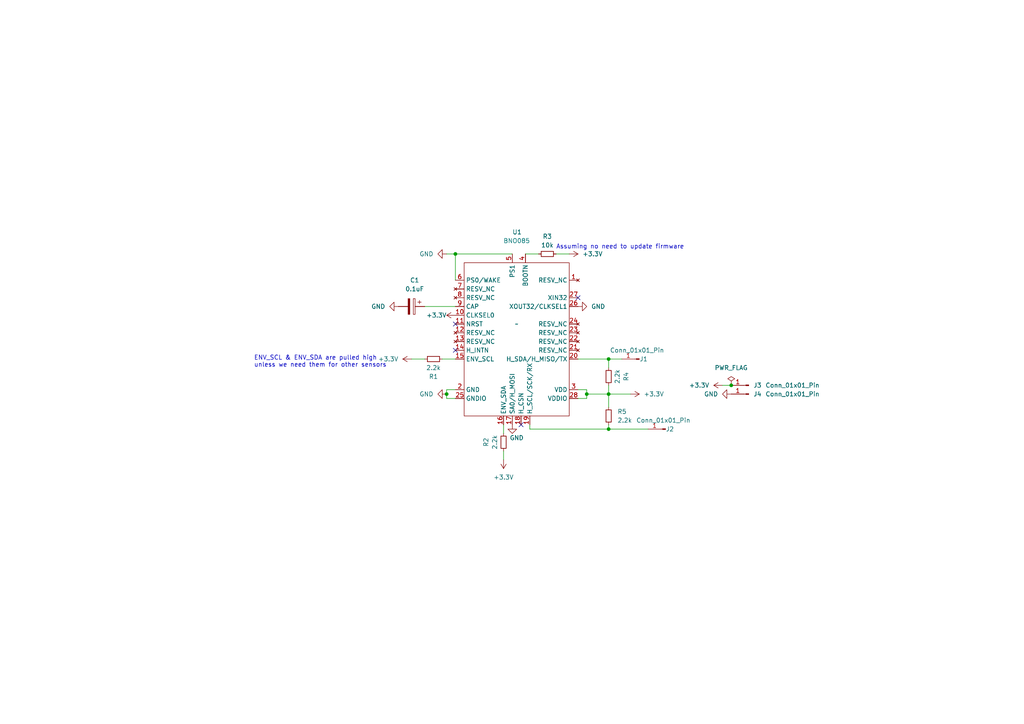
<source format=kicad_sch>
(kicad_sch (version 20230121) (generator eeschema)
  (paper "A4")
  (lib_symbols
    (symbol "BNO08x:BNO085"
      (property "Reference" "U" (at 0 26.67 0))
      (symbol "BNO085_0_1"
        (rectangle (start -15.24 17.78) (end 15.24 -26.67))
      )
      (symbol "BNO085_1_1"
        (text "BNO085" (at 0 24.13 0) (effects (font (size 1.27 1.27))))
        (pin no_connect line (at 17.78 12.7 180) (length 2.54) (name "RESV_NC") (number "1"))
        (pin input line (at -17.78 2.54 0) (length 2.54) (name "CLKSEL0") (number "10"))
        (pin input line (at -17.78 0 0) (length 2.54) (name "NRST") (number "11"))
        (pin no_connect line (at -17.78 -2.54 0) (length 2.54) (name "RESV_NC") (number "12"))
        (pin no_connect line (at -17.78 -5.08 0) (length 2.54) (name "RESV_NC") (number "13"))
        (pin output line (at -17.78 -7.62 0) (length 2.54) (name "H_INTN") (number "14"))
        (pin bidirectional line (at -17.78 -10.16 0) (length 2.54) (name "ENV_SCL") (number "15"))
        (pin bidirectional line (at -3.81 -29.21 90) (length 2.54) (name "ENV_SDA") (number "16"))
        (pin input line (at -1.27 -29.21 90) (length 2.54) (name "SA0/H_MOSI") (number "17"))
        (pin input line (at 1.27 -29.21 90) (length 2.54) (name "H_CSN") (number "18"))
        (pin bidirectional line (at 3.81 -29.21 90) (length 2.54) (name "H_SCL/SCK/RX") (number "19"))
        (pin input line (at -17.78 -19.05 0) (length 2.54) (name "GND") (number "2"))
        (pin bidirectional line (at 17.78 -10.16 180) (length 2.54) (name "H_SDA/H_MISO/TX") (number "20"))
        (pin no_connect line (at 17.78 -7.62 180) (length 2.54) (name "RESV_NC") (number "21"))
        (pin no_connect line (at 17.78 -5.08 180) (length 2.54) (name "RESV_NC") (number "22"))
        (pin no_connect line (at 17.78 -2.54 180) (length 2.54) (name "RESV_NC") (number "23"))
        (pin no_connect line (at 17.78 0 180) (length 2.54) (name "RESV_NC") (number "24"))
        (pin input line (at -17.78 -21.59 0) (length 2.54) (name "GNDIO") (number "25"))
        (pin input line (at 17.78 5.08 180) (length 2.54) (name "XOUT32/CLKSEL1") (number "26"))
        (pin input line (at 17.78 7.62 180) (length 2.54) (name "XIN32") (number "27"))
        (pin power_in line (at 17.78 -21.59 180) (length 2.54) (name "VDDIO") (number "28"))
        (pin power_in line (at 17.78 -19.05 180) (length 2.54) (name "VDD") (number "3"))
        (pin input line (at 2.54 20.32 270) (length 2.54) (name "BOOTN") (number "4"))
        (pin input line (at -1.27 20.32 270) (length 2.54) (name "PS1") (number "5"))
        (pin input line (at -17.78 12.7 0) (length 2.54) (name "PS0/WAKE") (number "6"))
        (pin no_connect line (at -17.78 10.16 0) (length 2.54) (name "RESV_NC") (number "7"))
        (pin no_connect line (at -17.78 7.62 0) (length 2.54) (name "RESV_NC") (number "8"))
        (pin input line (at -17.78 5.08 0) (length 2.54) (name "CAP") (number "9"))
      )
    )
    (symbol "Connector:Conn_01x01_Pin" (pin_names (offset 1.016) hide)
      (property "Reference" "J" (at 0 2.54 0))
      (property "Value" "Conn_01x01_Pin" (at 0 -2.54 0))
      (symbol "Conn_01x01_Pin_1_1"
        (polyline (pts (xy 1.27 0) (xy 0.8636 0)) (stroke (width 0.1524)))
        (rectangle (start 0.8636 0.127) (end 0 -0.127) (stroke (width 0.1524)) (fill (type outline)))
        (pin passive line (at 5.08 0 180) (length 3.81) (name "Pin_1") (number "1"))
      )
    )
    (symbol "Device:C_Polarized" (pin_numbers hide) (pin_names (offset 0.254))
      (property "Reference" "C" (at 0.635 2.54 0))
      (property "Value" "C_Polarized" (at 0.635 -2.54 0))
      (symbol "C_Polarized_0_1"
        (rectangle (start -2.286 0.508) (end 2.286 1.016))
        (polyline (pts (xy -1.778 2.286) (xy -0.762 2.286)))
        (polyline (pts (xy -1.27 2.794) (xy -1.27 1.778)))
        (rectangle (start 2.286 -0.508) (end -2.286 -1.016) (fill (type outline)))
      )
      (symbol "C_Polarized_1_1"
        (pin passive line (at 0 3.81 270) (length 2.794) (name "~") (number "1"))
        (pin passive line (at 0 -3.81 90) (length 2.794) (name "~") (number "2"))
      )
    )
    (symbol "Device:R_Small" (pin_numbers hide) (pin_names (offset 0.254) hide)
      (property "Reference" "R" (at 0.762 0.508 0))
      (property "Value" "R_Small" (at 0.762 -1.016 0))
      (symbol "R_Small_0_1"
        (rectangle (start -0.762 1.778) (end 0.762 -1.778) (stroke (width 0.2032)))
      )
      (symbol "R_Small_1_1"
        (pin passive line (at 0 2.54 270) (length 0.762) (name "~") (number "1"))
        (pin passive line (at 0 -2.54 90) (length 0.762) (name "~") (number "2"))
      )
    )
    (symbol "power:+3.3V" (power) (pin_names (offset 0))
      (property "Value" "+3.3V" (at 0 3.556 0))
      (symbol "+3.3V_0_1"
        (polyline (pts (xy -0.762 1.27) (xy 0 2.54)))
        (polyline (pts (xy 0 0) (xy 0 2.54)))
        (polyline (pts (xy 0 2.54) (xy 0.762 1.27)))
      )
      (symbol "+3.3V_1_1"
        (pin power_in line (at 0 0 90) (length 0) hide (name "+3.3V") (number "1"))
      )
    )
    (symbol "power:GND" (power) (pin_names (offset 0))
      (property "Value" "GND" (at 0 -3.81 0))
      (symbol "GND_0_1"
        (polyline (pts (xy 0 0) (xy 0 -1.27) (xy 1.27 -1.27) (xy 0 -2.54) (xy -1.27 -1.27) (xy 0 -1.27)))
      )
      (symbol "GND_1_1"
        (pin power_in line (at 0 0 270) (length 0) hide (name "GND") (number "1"))
      )
    )
    (symbol "power:PWR_FLAG" (power) (pin_numbers hide) (pin_names (offset 0) hide)
      (property "Value" "PWR_FLAG" (at 0 3.81 0))
      (symbol "PWR_FLAG_0_0"
        (pin power_out line (at 0 0 90) (length 0) (name "pwr") (number "1"))
      )
      (symbol "PWR_FLAG_0_1"
        (polyline (pts (xy 0 0) (xy 0 1.27) (xy -1.016 1.905) (xy 0 2.54) (xy 1.016 1.905) (xy 0 1.27)))
      )
    )
  )
  (junction (at 176.53 124.46))
  (junction (at 170.18 114.3))
  (junction (at 212.09 111.76))
  (junction (at 132.08 73.66))
  (junction (at 176.53 104.14))
  (junction (at 176.53 114.3))
  (junction (at 129.54 114.3))
  (no_connect (at 132.08 101.6))
  (no_connect (at 132.08 93.98))
  (no_connect (at 167.64 86.36))
  (no_connect (at 151.13 123.19))
  (wire (pts (xy 167.64 113.03) (xy 170.18 113.03)))
  (wire (pts (xy 132.08 115.57) (xy 129.54 115.57)))
  (wire (pts (xy 146.05 123.19) (xy 146.05 125.73)))
  (wire (pts (xy 176.53 104.14) (xy 180.34 104.14)))
  (wire (pts (xy 182.88 114.3) (xy 176.53 114.3)))
  (wire (pts (xy 176.53 124.46) (xy 187.96 124.46)))
  (wire (pts (xy 132.08 73.66) (xy 148.59 73.66)))
  (wire (pts (xy 176.53 123.19) (xy 176.53 124.46)))
  (wire (pts (xy 129.54 115.57) (xy 129.54 114.3)))
  (wire (pts (xy 161.29 73.66) (xy 165.1 73.66)))
  (wire (pts (xy 176.53 111.76) (xy 176.53 114.3)))
  (wire (pts (xy 119.38 104.14) (xy 123.19 104.14)))
  (wire (pts (xy 129.54 73.66) (xy 132.08 73.66)))
  (wire (pts (xy 153.67 123.19) (xy 153.67 124.46)))
  (wire (pts (xy 170.18 113.03) (xy 170.18 114.3)))
  (wire (pts (xy 176.53 104.14) (xy 176.53 106.68)))
  (wire (pts (xy 209.55 111.76) (xy 212.09 111.76)))
  (wire (pts (xy 129.54 113.03) (xy 129.54 114.3)))
  (wire (pts (xy 123.19 88.9) (xy 132.08 88.9)))
  (wire (pts (xy 167.64 104.14) (xy 176.53 104.14)))
  (wire (pts (xy 132.08 113.03) (xy 129.54 113.03)))
  (wire (pts (xy 170.18 115.57) (xy 170.18 114.3)))
  (wire (pts (xy 153.67 124.46) (xy 176.53 124.46)))
  (wire (pts (xy 128.27 104.14) (xy 132.08 104.14)))
  (wire (pts (xy 132.08 73.66) (xy 132.08 81.28)))
  (wire (pts (xy 146.05 130.81) (xy 146.05 133.35)))
  (wire (pts (xy 176.53 114.3) (xy 176.53 118.11)))
  (wire (pts (xy 176.53 114.3) (xy 170.18 114.3)))
  (wire (pts (xy 167.64 115.57) (xy 170.18 115.57)))
  (wire (pts (xy 152.4 73.66) (xy 156.21 73.66)))
  (text "Assuming no need to update firmware" (at 161.29 72.39 0) (effects (font (size 1.27 1.27)) (justify left bottom)))
  (text "ENV_SCL & ENV_SDA are pulled high \nunless we need them for other sensors" (at 73.66 106.68 0) (effects (font (size 1.27 1.27)) (justify left bottom)))
  (symbol (lib_id "Device:C_Polarized") (at 119.38 88.9 270) (unit 1)
    (property "Reference" "C1" (at 120.269 81.28 90))
    (property "Value" "0.1uF" (at 120.269 83.82 90))
    (property "Footprint" "Capacitor_SMD:C_0402_1005Metric" (effects hide))
  )
  (symbol (lib_id "power:PWR_FLAG") (at 212.09 111.76 0) (unit 1)
    (property "Reference" "#FLG01" (effects hide))
    (property "Value" "PWR_FLAG" (at 212.09 106.68 0))
  )
  (symbol (lib_id "Connector:Conn_01x01_Pin") (at 185.42 104.14 180) (unit 1)
    (property "Reference" "J1" (at 186.69 104.14 0))
    (property "Value" "Conn_01x01_Pin" (at 184.785 101.6 0))
    (property "Footprint" "Connector_PinHeader_1.00mm:PinHeader_1x01_P1.00mm_Vertical" (effects hide))
  )
  (symbol (lib_id "power:GND") (at 129.54 114.3 270) (unit 1)
    (property "Reference" "#PWR04" (effects hide))
    (property "Value" "GND" (at 125.73 114.3 90) (effects (justify right)))
  )
  (symbol (lib_id "Device:R_Small") (at 158.75 73.66 90) (unit 1)
    (property "Reference" "R3" (at 158.75 68.58 90))
    (property "Value" "10k" (at 158.75 71.12 90))
    (property "Footprint" "Resistor_SMD:R_0402_1005Metric" (effects hide))
  )
  (symbol (lib_id "Device:R_Small") (at 125.73 104.14 90) (unit 1)
    (property "Reference" "R1" (at 125.73 109.22 90))
    (property "Value" "2.2k" (at 125.73 106.68 90))
    (property "Footprint" "Resistor_SMD:R_0402_1005Metric" (effects hide))
  )
  (symbol (lib_id "power:GND") (at 148.59 123.19 0) (unit 1)
    (property "Reference" "#PWR07" (effects hide))
    (property "Value" "GND" (at 149.86 127 0))
  )
  (symbol (lib_id "Connector:Conn_01x01_Pin") (at 193.04 124.46 180) (unit 1)
    (property "Reference" "J2" (at 194.31 124.46 0))
    (property "Value" "Conn_01x01_Pin" (at 192.405 121.92 0))
    (property "Footprint" "Connector_PinHeader_1.00mm:PinHeader_1x01_P1.00mm_Vertical" (effects hide))
  )
  (symbol (lib_id "power:+3.3V") (at 146.05 133.35 180) (unit 1)
    (property "Reference" "#PWR06" (effects hide))
    (property "Value" "+3.3V" (at 146.05 138.43 0))
  )
  (symbol (lib_id "power:GND") (at 212.09 114.3 270) (unit 1)
    (property "Reference" "#PWR012" (effects hide))
    (property "Value" "GND" (at 208.28 114.3 90) (effects (justify right)))
  )
  (symbol (lib_id "Device:R_Small") (at 176.53 120.65 0) (unit 1)
    (property "Reference" "R5" (at 179.07 119.38 0) (effects (justify left)))
    (property "Value" "2.2k" (at 179.07 121.92 0) (effects (justify left)))
    (property "Footprint" "Resistor_SMD:R_0402_1005Metric" (effects hide))
  )
  (symbol (lib_id "BNO08x:BNO085") (at 149.86 93.98 0) (unit 1)
    (property "Reference" "U1" (at 148.59 67.31 0) (effects (justify left)))
    (property "Value" "~" (at 149.86 93.98 0))
    (property "Footprint" "Package_LGA:LGA-28_5.2x3.8mm_P0.5mm" (effects hide))
  )
  (symbol (lib_id "power:GND") (at 167.64 88.9 90) (unit 1)
    (property "Reference" "#PWR09" (effects hide))
    (property "Value" "GND" (at 171.45 88.9 90) (effects (justify right)))
  )
  (symbol (lib_id "Device:R_Small") (at 176.53 109.22 0) (unit 1)
    (property "Reference" "R4" (at 181.61 109.22 90))
    (property "Value" "2.2k" (at 179.07 109.22 90))
    (property "Footprint" "Resistor_SMD:R_0402_1005Metric" (effects hide))
  )
  (symbol (lib_id "power:+3.3V") (at 119.38 104.14 90) (unit 1)
    (property "Reference" "#PWR02" (effects hide))
    (property "Value" "+3.3V" (at 115.57 104.14 90) (effects (justify left)))
  )
  (symbol (lib_id "Connector:Conn_01x01_Pin") (at 217.17 114.3 180) (unit 1)
    (property "Reference" "J4" (at 219.71 114.3 0))
    (property "Value" "Conn_01x01_Pin" (at 229.87 114.3 0))
    (property "Footprint" "Connector_PinHeader_1.00mm:PinHeader_1x01_P1.00mm_Vertical" (effects hide))
  )
  (symbol (lib_id "power:+3.3V") (at 165.1 73.66 270) (unit 1)
    (property "Reference" "#PWR08" (effects hide))
    (property "Value" "+3.3V" (at 168.91 73.66 90) (effects (justify left)))
  )
  (symbol (lib_id "power:+3.3V") (at 182.88 114.3 270) (unit 1)
    (property "Reference" "#PWR010" (effects hide))
    (property "Value" "+3.3V" (at 186.69 114.3 90) (effects (justify left)))
  )
  (symbol (lib_id "power:+3.3V") (at 132.08 91.44 90) (unit 1)
    (property "Reference" "#PWR05" (effects hide))
    (property "Value" "+3.3V" (at 129.54 91.44 90) (effects (justify left)))
  )
  (symbol (lib_id "power:+3.3V") (at 209.55 111.76 90) (unit 1)
    (property "Reference" "#PWR011" (effects hide))
    (property "Value" "+3.3V" (at 205.74 111.76 90) (effects (justify left)))
  )
  (symbol (lib_id "power:GND") (at 115.57 88.9 270) (unit 1)
    (property "Reference" "#PWR01" (effects hide))
    (property "Value" "GND" (at 111.76 88.9 90) (effects (justify right)))
  )
  (symbol (lib_id "Device:R_Small") (at 146.05 128.27 0) (unit 1)
    (property "Reference" "R2" (at 140.97 128.27 90))
    (property "Value" "2.2k" (at 143.51 128.27 90))
    (property "Footprint" "Resistor_SMD:R_0402_1005Metric" (effects hide))
  )
  (symbol (lib_id "Connector:Conn_01x01_Pin") (at 217.17 111.76 180) (unit 1)
    (property "Reference" "J3" (at 219.71 111.76 0))
    (property "Value" "Conn_01x01_Pin" (at 229.87 111.76 0))
    (property "Footprint" "Connector_PinHeader_1.00mm:PinHeader_1x01_P1.00mm_Vertical" (effects hide))
  )
  (symbol (lib_id "power:GND") (at 129.54 73.66 270) (unit 1)
    (property "Reference" "#PWR03" (effects hide))
    (property "Value" "GND" (at 125.73 73.66 90) (effects (justify right)))
  )
)
</source>
